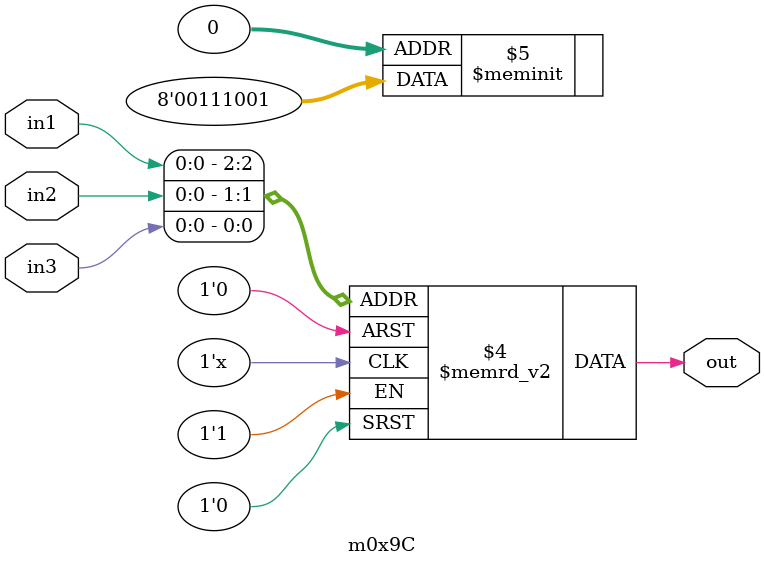
<source format=v>
module m0x9C(output out, input in1, in2, in3);

   always @(in1, in2, in3)
     begin
        case({in1, in2, in3})
          3'b000: {out} = 1'b1;
          3'b001: {out} = 1'b0;
          3'b010: {out} = 1'b0;
          3'b011: {out} = 1'b1;
          3'b100: {out} = 1'b1;
          3'b101: {out} = 1'b1;
          3'b110: {out} = 1'b0;
          3'b111: {out} = 1'b0;
        endcase // case ({in1, in2, in3})
     end // always @ (in1, in2, in3)

endmodule // m0x9C
</source>
